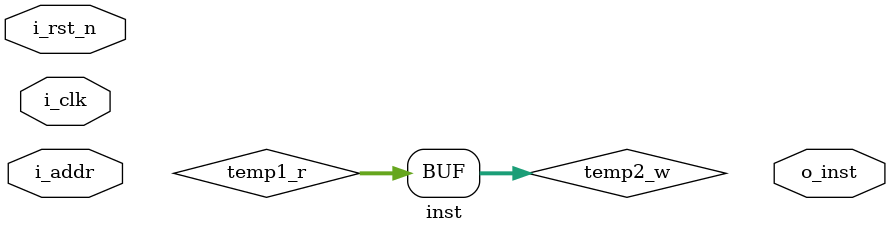
<source format=v>
module inst #(
    parameter ADDR_W   = 64,
    parameter INST_W   = 32,
    parameter MAX_INST = 256
)(
    input               i_clk,
    input               i_rst_n,

    input  [ADDR_W-1:0] i_addr,

    output [INST_W-1:0] o_inst
);
 
    reg [INST_W-1:0] mem [0:MAX_INST-1];
    
 
    
    reg [INST_W-1:0] temp1_r, temp1_w;
    reg [INST_W-1:0] temp2_r, temp2_w;

    // cycle 1
    always @(*) begin
       
        temp1_w       =  mem[i_addr/4] ;
    end

    // cycle 2
    always @(*) begin
      
        temp2_w       = temp1_r;
    end

    // cycle 3
    always @(*) begin
      
        o_inst_w      = temp2_r;
    end

    always @(posedge i_clk or negedge i_rst_n) begin
        if (~i_rst_n) begin
       
            o_inst_r      <= 0;
            temp1_r       <= 0;
            temp2_r       <= 0;
          
        end else begin
          
            o_inst_r      <= o_inst_w;
            temp1_r       <= temp1_w;
            temp2_r       <= temp2_w;
          
        end
    end

endmodule 
</source>
